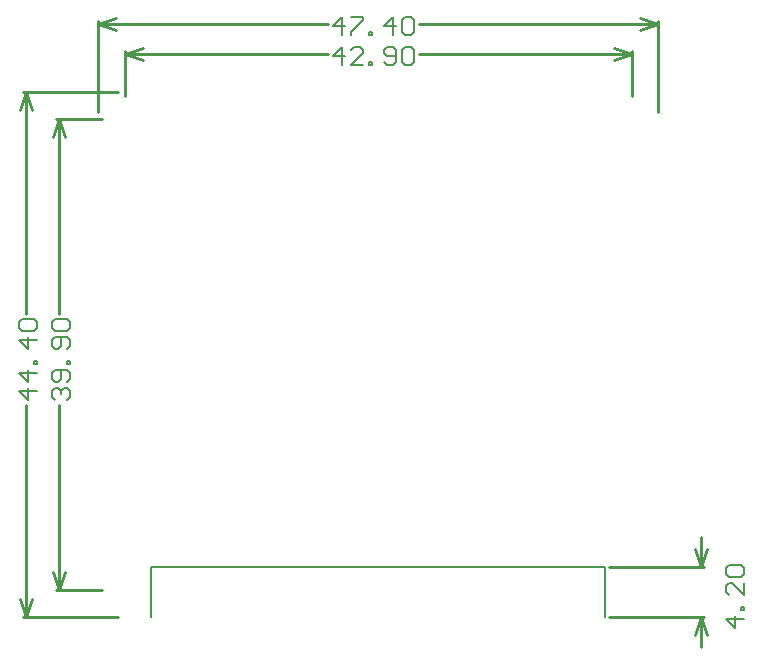
<source format=gm1>
G04 Layer_Color=16711935*
%FSAX25Y25*%
%MOIN*%
G70*
G01*
G75*
%ADD42C,0.00787*%
%ADD75C,0.01000*%
%ADD77C,0.00600*%
D42*
X0454331Y0241142D02*
Y0257677D01*
X0303150D02*
X0454331D01*
X0303150Y0241142D02*
Y0257677D01*
D75*
X0455724D02*
X0487220D01*
X0455724Y0241142D02*
X0487220D01*
X0486221Y0231142D02*
Y0241142D01*
Y0257677D02*
Y0267677D01*
X0484221Y0235142D02*
X0486221Y0241142D01*
X0488221Y0235142D01*
X0486221Y0257677D02*
X0488221Y0263677D01*
X0484221D02*
X0486221Y0257677D01*
X0294291Y0414786D02*
Y0429543D01*
X0463189Y0414786D02*
Y0429543D01*
X0294291Y0428543D02*
X0362045D01*
X0392236D02*
X0463189D01*
X0294291D02*
X0300291Y0426543D01*
X0294291Y0428543D02*
X0300291Y0430543D01*
X0457189D02*
X0463189Y0428543D01*
X0457189Y0426543D02*
X0463189Y0428543D01*
X0472047Y0409465D02*
Y0439780D01*
X0285433Y0409465D02*
Y0439780D01*
X0392236Y0438779D02*
X0472047D01*
X0285433D02*
X0362045D01*
X0466047Y0440779D02*
X0472047Y0438779D01*
X0466047Y0436779D02*
X0472047Y0438779D01*
X0285433D02*
X0291433Y0436779D01*
X0285433Y0438779D02*
X0291433Y0440779D01*
X0260417Y0415945D02*
X0291913D01*
X0260417Y0241142D02*
X0291913D01*
X0261417Y0342039D02*
Y0415945D01*
Y0241142D02*
Y0311848D01*
X0259417Y0409945D02*
X0261417Y0415945D01*
X0263417Y0409945D01*
X0261417Y0241142D02*
X0263417Y0247142D01*
X0259417D02*
X0261417Y0241142D01*
X0271441Y0250000D02*
X0286592D01*
X0271441Y0407087D02*
X0286592D01*
X0272441Y0250000D02*
Y0311848D01*
Y0342039D02*
Y0407087D01*
Y0250000D02*
X0274441Y0256000D01*
X0270441D02*
X0272441Y0250000D01*
X0270441Y0401087D02*
X0272441Y0407087D01*
X0274441Y0401087D01*
D77*
X0500617Y0240312D02*
X0494619D01*
X0497618Y0237313D01*
Y0241312D01*
X0500617Y0243311D02*
X0499617D01*
Y0244311D01*
X0500617D01*
Y0243311D01*
Y0252308D02*
Y0248309D01*
X0496618Y0252308D01*
X0495618D01*
X0494619Y0251308D01*
Y0249309D01*
X0495618Y0248309D01*
Y0254307D02*
X0494619Y0255307D01*
Y0257306D01*
X0495618Y0258306D01*
X0499617D01*
X0500617Y0257306D01*
Y0255307D01*
X0499617Y0254307D01*
X0495618D01*
X0366644Y0424944D02*
Y0430942D01*
X0363645Y0427943D01*
X0367643D01*
X0373641Y0424944D02*
X0369643D01*
X0373641Y0428943D01*
Y0429943D01*
X0372642Y0430942D01*
X0370642D01*
X0369643Y0429943D01*
X0375641Y0424944D02*
Y0425944D01*
X0376640D01*
Y0424944D01*
X0375641D01*
X0380639Y0425944D02*
X0381639Y0424944D01*
X0383638D01*
X0384638Y0425944D01*
Y0429943D01*
X0383638Y0430942D01*
X0381639D01*
X0380639Y0429943D01*
Y0428943D01*
X0381639Y0427943D01*
X0384638D01*
X0386637Y0429943D02*
X0387637Y0430942D01*
X0389636D01*
X0390636Y0429943D01*
Y0425944D01*
X0389636Y0424944D01*
X0387637D01*
X0386637Y0425944D01*
Y0429943D01*
X0366644Y0435181D02*
Y0441179D01*
X0363645Y0438179D01*
X0367643D01*
X0369643Y0441179D02*
X0373641D01*
Y0440179D01*
X0369643Y0436180D01*
Y0435181D01*
X0375641D02*
Y0436180D01*
X0376640D01*
Y0435181D01*
X0375641D01*
X0383638D02*
Y0441179D01*
X0380639Y0438179D01*
X0384638D01*
X0386637Y0440179D02*
X0387637Y0441179D01*
X0389636D01*
X0390636Y0440179D01*
Y0436180D01*
X0389636Y0435181D01*
X0387637D01*
X0386637Y0436180D01*
Y0440179D01*
X0265016Y0316447D02*
X0259018D01*
X0262017Y0313448D01*
Y0317446D01*
X0265016Y0322445D02*
X0259018D01*
X0262017Y0319446D01*
Y0323444D01*
X0265016Y0325444D02*
X0264017D01*
Y0326444D01*
X0265016D01*
Y0325444D01*
Y0333441D02*
X0259018D01*
X0262017Y0330442D01*
Y0334441D01*
X0260018Y0336440D02*
X0259018Y0337440D01*
Y0339439D01*
X0260018Y0340439D01*
X0264017D01*
X0265016Y0339439D01*
Y0337440D01*
X0264017Y0336440D01*
X0260018D01*
X0271042Y0313448D02*
X0270042Y0314447D01*
Y0316447D01*
X0271042Y0317446D01*
X0272041D01*
X0273041Y0316447D01*
Y0315447D01*
Y0316447D01*
X0274041Y0317446D01*
X0275040D01*
X0276040Y0316447D01*
Y0314447D01*
X0275040Y0313448D01*
Y0319446D02*
X0276040Y0320445D01*
Y0322445D01*
X0275040Y0323444D01*
X0271042D01*
X0270042Y0322445D01*
Y0320445D01*
X0271042Y0319446D01*
X0272041D01*
X0273041Y0320445D01*
Y0323444D01*
X0276040Y0325444D02*
X0275040D01*
Y0326444D01*
X0276040D01*
Y0325444D01*
X0275040Y0330442D02*
X0276040Y0331442D01*
Y0333441D01*
X0275040Y0334441D01*
X0271042D01*
X0270042Y0333441D01*
Y0331442D01*
X0271042Y0330442D01*
X0272041D01*
X0273041Y0331442D01*
Y0334441D01*
X0271042Y0336440D02*
X0270042Y0337440D01*
Y0339439D01*
X0271042Y0340439D01*
X0275040D01*
X0276040Y0339439D01*
Y0337440D01*
X0275040Y0336440D01*
X0271042D01*
M02*

</source>
